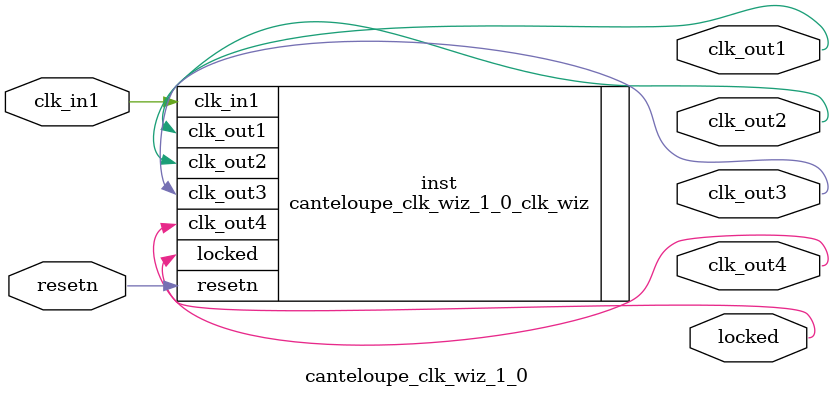
<source format=v>


`timescale 1ps/1ps

(* CORE_GENERATION_INFO = "canteloupe_clk_wiz_1_0,clk_wiz_v6_0_2_0_0,{component_name=canteloupe_clk_wiz_1_0,use_phase_alignment=true,use_min_o_jitter=false,use_max_i_jitter=false,use_dyn_phase_shift=false,use_inclk_switchover=false,use_dyn_reconfig=false,enable_axi=0,feedback_source=FDBK_AUTO,PRIMITIVE=MMCM,num_out_clk=4,clkin1_period=10.000,clkin2_period=10.000,use_power_down=false,use_reset=true,use_locked=true,use_inclk_stopped=false,feedback_type=SINGLE,CLOCK_MGR_TYPE=NA,manual_override=false}" *)

module canteloupe_clk_wiz_1_0 
 (
  // Clock out ports
  output        clk_out1,
  output        clk_out2,
  output        clk_out3,
  output        clk_out4,
  // Status and control signals
  input         resetn,
  output        locked,
 // Clock in ports
  input         clk_in1
 );

  canteloupe_clk_wiz_1_0_clk_wiz inst
  (
  // Clock out ports  
  .clk_out1(clk_out1),
  .clk_out2(clk_out2),
  .clk_out3(clk_out3),
  .clk_out4(clk_out4),
  // Status and control signals               
  .resetn(resetn), 
  .locked(locked),
 // Clock in ports
  .clk_in1(clk_in1)
  );

endmodule

</source>
